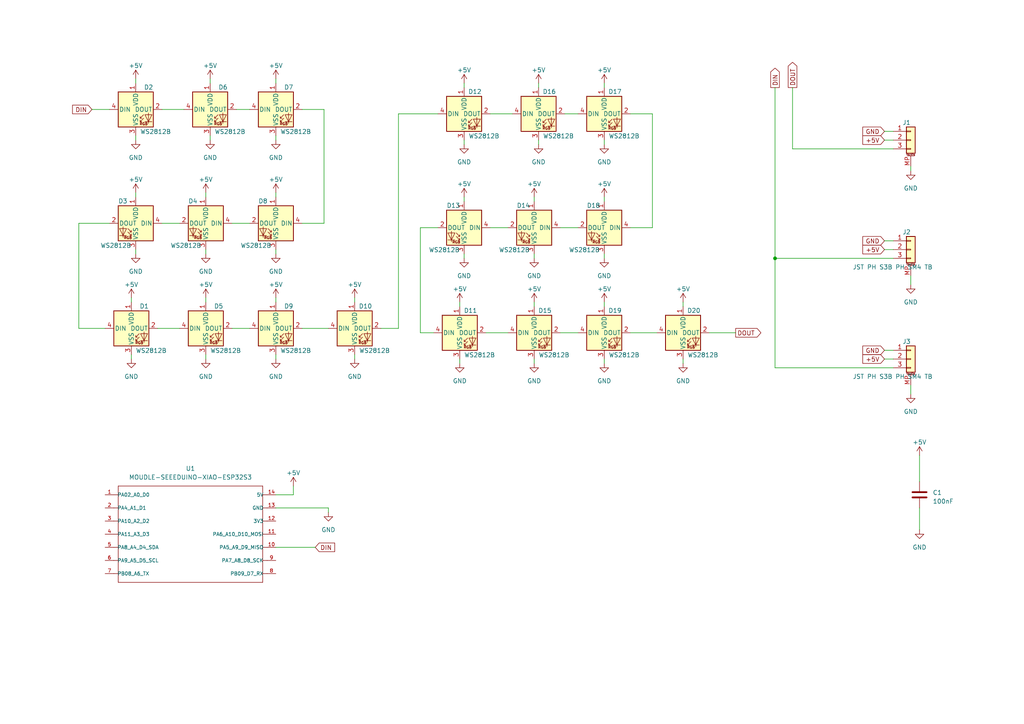
<source format=kicad_sch>
(kicad_sch (version 20230121) (generator eeschema)
  (paper "A4")
  (lib_symbols
    (symbol "Connector_Generic_MountingPin:Conn_01x03_MountingPin" (pin_names (offset 1.016) hide)
      (property "Reference" "J" (at 0 5.08 0))
      (property "Value" "Conn_01x03_MountingPin" (at 1.27 -5.08 0))
      (symbol "Conn_01x03_MountingPin_1_1"
        (rectangle (start -1.27 -2.413) (end 0 -2.667) (stroke (width 0.1524)))
        (rectangle (start -1.27 0.127) (end 0 -0.127) (stroke (width 0.1524)))
        (rectangle (start -1.27 2.667) (end 0 2.413) (stroke (width 0.1524)))
        (rectangle (start -1.27 3.81) (end 1.27 -3.81) (stroke (width 0.254)) (fill (type background)))
        (polyline (pts (xy -1.016 -4.572) (xy 1.016 -4.572)) (stroke (width 0.1524)))
        (text "Mounting" (at 0 -4.191 0) (effects (font (size 0.381 0.381))))
        (pin passive line (at -5.08 2.54 0) (length 3.81) (name "Pin_1") (number "1"))
        (pin passive line (at -5.08 0 0) (length 3.81) (name "Pin_2") (number "2"))
        (pin passive line (at -5.08 -2.54 0) (length 3.81) (name "Pin_3") (number "3"))
        (pin passive line (at 0 -7.62 90) (length 3.048) (name "MountPin") (number "MP"))
      )
    )
    (symbol "Device:C" (pin_numbers hide) (pin_names (offset 0.254))
      (property "Reference" "C" (at 0.635 2.54 0))
      (property "Value" "C" (at 0.635 -2.54 0))
      (symbol "C_0_1"
        (polyline (pts (xy -2.032 -0.762) (xy 2.032 -0.762)) (stroke (width 0.508)))
        (polyline (pts (xy -2.032 0.762) (xy 2.032 0.762)) (stroke (width 0.508)))
      )
      (symbol "C_1_1"
        (pin passive line (at 0 3.81 270) (length 2.794) (name "~") (number "1"))
        (pin passive line (at 0 -3.81 90) (length 2.794) (name "~") (number "2"))
      )
    )
    (symbol "GND_1" (power) (pin_names (offset 0))
      (property "Value" "GND_1" (at 0 -3.81 0))
      (symbol "GND_1_0_1"
        (polyline (pts (xy 0 0) (xy 0 -1.27) (xy 1.27 -1.27) (xy 0 -2.54) (xy -1.27 -1.27) (xy 0 -1.27)))
      )
      (symbol "GND_1_1_1"
        (pin power_in line (at 0 0 270) (length 0) hide (name "GND") (number "1"))
      )
    )
    (symbol "LED:WS2812B" (pin_names (offset 0.254))
      (property "Reference" "D" (at 5.08 5.715 0))
      (property "Value" "WS2812B" (at 1.27 -5.715 0))
      (symbol "WS2812B_0_0"
        (text "RGB" (at 2.286 -4.191 0) (effects (font (size 0.762 0.762))))
      )
      (symbol "WS2812B_0_1"
        (polyline (pts (xy 1.27 -3.556) (xy 1.778 -3.556)))
        (polyline (pts (xy 1.27 -2.54) (xy 1.778 -2.54)))
        (polyline (pts (xy 4.699 -3.556) (xy 2.667 -3.556)))
        (polyline (pts (xy 2.286 -2.54) (xy 1.27 -3.556) (xy 1.27 -3.048)))
        (polyline (pts (xy 2.286 -1.524) (xy 1.27 -2.54) (xy 1.27 -2.032)))
        (polyline (pts (xy 3.683 -1.016) (xy 3.683 -3.556) (xy 3.683 -4.064)))
        (polyline (pts (xy 4.699 -1.524) (xy 2.667 -1.524) (xy 3.683 -3.556) (xy 4.699 -1.524)))
        (rectangle (start 5.08 5.08) (end -5.08 -5.08) (stroke (width 0.254)) (fill (type background)))
      )
      (symbol "WS2812B_1_1"
        (pin power_in line (at 0 7.62 270) (length 2.54) (name "VDD") (number "1"))
        (pin output line (at 7.62 0 180) (length 2.54) (name "DOUT") (number "2"))
        (pin power_in line (at 0 -7.62 90) (length 2.54) (name "VSS") (number "3"))
        (pin input line (at -7.62 0 0) (length 2.54) (name "DIN") (number "4"))
      )
    )
    (symbol "MOUDLE-SEEEDUINO-XIAO-ESP32S3:MOUDLE-SEEEDUINO-XIAO-ESP32S3" (pin_names (offset 1.016))
      (property "Reference" "U" (at -21.59 15.24 0))
      (property "Value" "MOUDLE-SEEEDUINO-XIAO-ESP32S3" (at -21.59 13.97 0))
      (symbol "MOUDLE-SEEEDUINO-XIAO-ESP32S3_0_0"
        (polyline (pts (xy -21.59 -13.97) (xy -21.59 0)) (stroke (width 0.1524)))
        (polyline (pts (xy -21.59 -11.43) (xy -22.86 -11.43)) (stroke (width 0.1524)))
        (polyline (pts (xy -21.59 -7.62) (xy -22.86 -7.62)) (stroke (width 0.1524)))
        (polyline (pts (xy -21.59 -3.81) (xy -22.86 -3.81)) (stroke (width 0.1524)))
        (polyline (pts (xy -21.59 0) (xy -22.86 0)) (stroke (width 0.1524)))
        (polyline (pts (xy -21.59 0) (xy -21.59 3.81)) (stroke (width 0.1524)))
        (polyline (pts (xy -21.59 3.81) (xy -22.86 3.81)) (stroke (width 0.1524)))
        (polyline (pts (xy -21.59 3.81) (xy -21.59 7.62)) (stroke (width 0.1524)))
        (polyline (pts (xy -21.59 7.62) (xy -22.86 7.62)) (stroke (width 0.1524)))
        (polyline (pts (xy -21.59 7.62) (xy -21.59 11.43)) (stroke (width 0.1524)))
        (polyline (pts (xy -21.59 11.43) (xy -22.86 11.43)) (stroke (width 0.1524)))
        (polyline (pts (xy -21.59 11.43) (xy -21.59 13.97)) (stroke (width 0.1524)))
        (polyline (pts (xy -21.59 13.97) (xy 20.32 13.97)) (stroke (width 0.1524)))
        (polyline (pts (xy 20.32 -13.97) (xy -21.59 -13.97)) (stroke (width 0.1524)))
        (polyline (pts (xy 20.32 3.81) (xy 20.32 -13.97)) (stroke (width 0.1524)))
        (polyline (pts (xy 20.32 7.62) (xy 20.32 3.81)) (stroke (width 0.1524)))
        (polyline (pts (xy 20.32 11.43) (xy 20.32 7.62)) (stroke (width 0.1524)))
        (polyline (pts (xy 20.32 13.97) (xy 20.32 11.43)) (stroke (width 0.1524)))
        (polyline (pts (xy 21.59 -11.43) (xy 20.32 -11.43)) (stroke (width 0.1524)))
        (polyline (pts (xy 21.59 -7.62) (xy 20.32 -7.62)) (stroke (width 0.1524)))
        (polyline (pts (xy 21.59 -3.81) (xy 20.32 -3.81)) (stroke (width 0.1524)))
        (polyline (pts (xy 21.59 0) (xy 20.32 0)) (stroke (width 0.1524)))
        (polyline (pts (xy 21.59 3.81) (xy 20.32 3.81)) (stroke (width 0.1524)))
        (polyline (pts (xy 21.59 7.62) (xy 20.32 7.62)) (stroke (width 0.1524)))
        (polyline (pts (xy 21.59 11.43) (xy 20.32 11.43)) (stroke (width 0.1524)))
        (pin bidirectional line (at -25.4 11.43 0) (length 2.54) (name "PA02_A0_D0") (number "1"))
        (pin bidirectional line (at 24.13 -3.81 180) (length 2.54) (name "PA5_A9_D9_MISO") (number "10"))
        (pin bidirectional line (at 24.13 0 180) (length 2.54) (name "PA6_A10_D10_MOSI") (number "11"))
        (pin bidirectional line (at 24.13 3.81 180) (length 2.54) (name "3V3") (number "12"))
        (pin bidirectional line (at 24.13 7.62 180) (length 2.54) (name "GND") (number "13"))
        (pin bidirectional line (at 24.13 11.43 180) (length 2.54) (name "5V") (number "14"))
        (pin bidirectional line (at -25.4 7.62 0) (length 2.54) (name "PA4_A1_D1") (number "2"))
        (pin bidirectional line (at -25.4 3.81 0) (length 2.54) (name "PA10_A2_D2") (number "3"))
        (pin bidirectional line (at -25.4 0 0) (length 2.54) (name "PA11_A3_D3") (number "4"))
        (pin bidirectional line (at -25.4 -3.81 0) (length 2.54) (name "PA8_A4_D4_SDA") (number "5"))
        (pin bidirectional line (at -25.4 -7.62 0) (length 2.54) (name "PA9_A5_D5_SCL") (number "6"))
        (pin bidirectional line (at -25.4 -11.43 0) (length 2.54) (name "PB08_A6_TX") (number "7"))
        (pin bidirectional line (at 24.13 -11.43 180) (length 2.54) (name "PB09_D7_RX") (number "8"))
        (pin bidirectional line (at 24.13 -7.62 180) (length 2.54) (name "PA7_A8_D8_SCK") (number "9"))
      )
    )
    (symbol "power:+5V" (power) (pin_names (offset 0))
      (property "Value" "+5V" (at 0 3.556 0))
      (symbol "+5V_0_1"
        (polyline (pts (xy -0.762 1.27) (xy 0 2.54)))
        (polyline (pts (xy 0 0) (xy 0 2.54)))
        (polyline (pts (xy 0 2.54) (xy 0.762 1.27)))
      )
      (symbol "+5V_1_1"
        (pin power_in line (at 0 0 90) (length 0) hide (name "+5V") (number "1"))
      )
    )
    (symbol "power:GND" (power) (pin_names (offset 0))
      (property "Value" "GND" (at 0 -3.81 0))
      (symbol "GND_0_1"
        (polyline (pts (xy 0 0) (xy 0 -1.27) (xy 1.27 -1.27) (xy 0 -2.54) (xy -1.27 -1.27) (xy 0 -1.27)))
      )
      (symbol "GND_1_1"
        (pin power_in line (at 0 0 270) (length 0) hide (name "GND") (number "1"))
      )
    )
  )
  (junction (at 224.79 74.93))
  (wire (pts (xy 154.94 57.15) (xy 154.94 58.42)))
  (wire (pts (xy 156.21 40.64) (xy 156.21 41.91)))
  (wire (pts (xy 80.01 102.87) (xy 80.01 104.14)))
  (wire (pts (xy 93.98 31.75) (xy 93.98 64.77)))
  (wire (pts (xy 175.26 24.13) (xy 175.26 25.4)))
  (wire (pts (xy 60.96 39.37) (xy 60.96 40.64)))
  (wire (pts (xy 60.96 22.86) (xy 60.96 24.13)))
  (wire (pts (xy 224.79 106.68) (xy 224.79 74.93)))
  (wire (pts (xy 198.12 104.14) (xy 198.12 105.41)))
  (wire (pts (xy 256.54 40.64) (xy 259.08 40.64)))
  (wire (pts (xy 256.54 38.1) (xy 259.08 38.1)))
  (wire (pts (xy 264.16 48.26) (xy 264.16 49.53)))
  (wire (pts (xy 46.99 64.77) (xy 52.07 64.77)))
  (wire (pts (xy 259.08 43.18) (xy 229.87 43.18)))
  (wire (pts (xy 229.87 25.4) (xy 229.87 43.18)))
  (wire (pts (xy 198.12 87.63) (xy 198.12 88.9)))
  (wire (pts (xy 80.01 86.36) (xy 80.01 87.63)))
  (wire (pts (xy 59.69 102.87) (xy 59.69 104.14)))
  (wire (pts (xy 115.57 95.25) (xy 115.57 33.02)))
  (wire (pts (xy 134.62 24.13) (xy 134.62 25.4)))
  (wire (pts (xy 154.94 87.63) (xy 154.94 88.9)))
  (wire (pts (xy 67.31 64.77) (xy 72.39 64.77)))
  (wire (pts (xy 31.75 64.77) (xy 22.86 64.77)))
  (wire (pts (xy 256.54 104.14) (xy 259.08 104.14)))
  (wire (pts (xy 224.79 25.4) (xy 224.79 74.93)))
  (wire (pts (xy 80.01 55.88) (xy 80.01 57.15)))
  (wire (pts (xy 121.92 96.52) (xy 125.73 96.52)))
  (wire (pts (xy 134.62 40.64) (xy 134.62 41.91)))
  (wire (pts (xy 38.1 102.87) (xy 38.1 104.14)))
  (wire (pts (xy 205.74 96.52) (xy 213.36 96.52)))
  (wire (pts (xy 39.37 72.39) (xy 39.37 73.66)))
  (wire (pts (xy 39.37 39.37) (xy 39.37 40.64)))
  (wire (pts (xy 142.24 33.02) (xy 148.59 33.02)))
  (wire (pts (xy 46.99 31.75) (xy 53.34 31.75)))
  (wire (pts (xy 26.67 31.75) (xy 31.75 31.75)))
  (wire (pts (xy 38.1 86.36) (xy 38.1 87.63)))
  (wire (pts (xy 80.01 147.32) (xy 95.25 147.32)))
  (wire (pts (xy 266.7 132.08) (xy 266.7 139.7)))
  (wire (pts (xy 189.23 33.02) (xy 189.23 66.04)))
  (wire (pts (xy 162.56 66.04) (xy 167.64 66.04)))
  (wire (pts (xy 39.37 55.88) (xy 39.37 57.15)))
  (wire (pts (xy 95.25 148.59) (xy 95.25 147.32)))
  (wire (pts (xy 87.63 95.25) (xy 95.25 95.25)))
  (wire (pts (xy 127 66.04) (xy 121.92 66.04)))
  (wire (pts (xy 175.26 104.14) (xy 175.26 105.41)))
  (wire (pts (xy 59.69 55.88) (xy 59.69 57.15)))
  (wire (pts (xy 182.88 33.02) (xy 189.23 33.02)))
  (wire (pts (xy 22.86 95.25) (xy 30.48 95.25)))
  (wire (pts (xy 264.16 80.01) (xy 264.16 82.55)))
  (wire (pts (xy 175.26 87.63) (xy 175.26 88.9)))
  (wire (pts (xy 154.94 73.66) (xy 154.94 74.93)))
  (wire (pts (xy 142.24 66.04) (xy 147.32 66.04)))
  (wire (pts (xy 67.31 95.25) (xy 72.39 95.25)))
  (wire (pts (xy 121.92 66.04) (xy 121.92 96.52)))
  (wire (pts (xy 162.56 96.52) (xy 167.64 96.52)))
  (wire (pts (xy 85.09 140.97) (xy 85.09 143.51)))
  (wire (pts (xy 85.09 143.51) (xy 80.01 143.51)))
  (wire (pts (xy 134.62 57.15) (xy 134.62 58.42)))
  (wire (pts (xy 224.79 74.93) (xy 259.08 74.93)))
  (wire (pts (xy 256.54 72.39) (xy 259.08 72.39)))
  (wire (pts (xy 256.54 101.6) (xy 259.08 101.6)))
  (wire (pts (xy 175.26 57.15) (xy 175.26 58.42)))
  (wire (pts (xy 134.62 73.66) (xy 134.62 74.93)))
  (wire (pts (xy 259.08 106.68) (xy 224.79 106.68)))
  (wire (pts (xy 110.49 95.25) (xy 115.57 95.25)))
  (wire (pts (xy 175.26 73.66) (xy 175.26 74.93)))
  (wire (pts (xy 80.01 72.39) (xy 80.01 73.66)))
  (wire (pts (xy 154.94 104.14) (xy 154.94 105.41)))
  (wire (pts (xy 68.58 31.75) (xy 72.39 31.75)))
  (wire (pts (xy 93.98 64.77) (xy 87.63 64.77)))
  (wire (pts (xy 256.54 69.85) (xy 259.08 69.85)))
  (wire (pts (xy 264.16 111.76) (xy 264.16 114.3)))
  (wire (pts (xy 163.83 33.02) (xy 167.64 33.02)))
  (wire (pts (xy 102.87 102.87) (xy 102.87 104.14)))
  (wire (pts (xy 80.01 22.86) (xy 80.01 24.13)))
  (wire (pts (xy 156.21 24.13) (xy 156.21 25.4)))
  (wire (pts (xy 266.7 147.32) (xy 266.7 153.67)))
  (wire (pts (xy 133.35 104.14) (xy 133.35 105.41)))
  (wire (pts (xy 182.88 96.52) (xy 190.5 96.52)))
  (wire (pts (xy 133.35 87.63) (xy 133.35 88.9)))
  (wire (pts (xy 59.69 86.36) (xy 59.69 87.63)))
  (wire (pts (xy 80.01 39.37) (xy 80.01 40.64)))
  (wire (pts (xy 22.86 64.77) (xy 22.86 95.25)))
  (wire (pts (xy 45.72 95.25) (xy 52.07 95.25)))
  (wire (pts (xy 140.97 96.52) (xy 147.32 96.52)))
  (wire (pts (xy 175.26 40.64) (xy 175.26 41.91)))
  (wire (pts (xy 189.23 66.04) (xy 182.88 66.04)))
  (wire (pts (xy 80.01 158.75) (xy 91.44 158.75)))
  (wire (pts (xy 39.37 22.86) (xy 39.37 24.13)))
  (wire (pts (xy 87.63 31.75) (xy 93.98 31.75)))
  (wire (pts (xy 59.69 72.39) (xy 59.69 73.66)))
  (wire (pts (xy 115.57 33.02) (xy 127 33.02)))
  (wire (pts (xy 102.87 86.36) (xy 102.87 87.63)))
  (global_label "+5V" (shape input) (at 256.54 72.39 180) (property "Intersheetrefs" "${INTERSHEET_REFS}" (effects hide)))
  (global_label "DIN" (shape output) (at 224.79 25.4 90) (property "Intersheetrefs" "${INTERSHEET_REFS}" (effects hide)))
  (global_label "DOUT" (shape output) (at 213.36 96.52 0) (property "Intersheetrefs" "${INTERSHEET_REFS}" (effects hide)))
  (global_label "+5V" (shape input) (at 256.54 104.14 180) (property "Intersheetrefs" "${INTERSHEET_REFS}" (effects hide)))
  (global_label "DOUT" (shape output) (at 229.87 25.4 90) (property "Intersheetrefs" "${INTERSHEET_REFS}" (effects hide)))
  (global_label "DIN" (shape input) (at 91.44 158.75 0) (property "Intersheetrefs" "${INTERSHEET_REFS}" (effects hide)))
  (global_label "GND" (shape input) (at 256.54 38.1 180) (property "Intersheetrefs" "${INTERSHEET_REFS}" (effects hide)))
  (global_label "GND" (shape input) (at 256.54 69.85 180) (property "Intersheetrefs" "${INTERSHEET_REFS}" (effects hide)))
  (global_label "GND" (shape input) (at 256.54 101.6 180) (property "Intersheetrefs" "${INTERSHEET_REFS}" (effects hide)))
  (global_label "DIN" (shape input) (at 26.67 31.75 180) (property "Intersheetrefs" "${INTERSHEET_REFS}" (effects hide)))
  (global_label "+5V" (shape input) (at 256.54 40.64 180) (property "Intersheetrefs" "${INTERSHEET_REFS}" (effects hide)))
  (symbol (lib_id "LED:WS2812B") (at 39.37 64.77 0) (mirror y) (unit 1)
    (property "Reference" "D3" (at 34.29 59.055 0) (effects (justify right bottom)))
    (property "Value" "WS2812B" (at 38.1 70.485 0) (effects (justify left top)))
    (property "Footprint" "LED_SMD:LED_WS2812B_PLCC4_5.0x5.0mm_P3.2mm" (effects hide))
    (property "Datasheet" "https://cdn-shop.adafruit.com/datasheets/WS2812B.pdf" (effects hide))
  )
  (symbol (lib_id "LED:WS2812B") (at 198.12 96.52 0) (unit 1)
    (property "Reference" "D20" (at 203.2 90.805 0) (effects (justify right bottom)))
    (property "Value" "WS2812B" (at 199.39 102.235 0) (effects (justify left top)))
    (property "Footprint" "LED_SMD:LED_WS2812B_PLCC4_5.0x5.0mm_P3.2mm" (effects hide))
    (property "Datasheet" "https://cdn-shop.adafruit.com/datasheets/WS2812B.pdf" (effects hide))
  )
  (symbol (lib_id "power:GND") (at 154.94 74.93 0) (unit 1)
    (property "Reference" "#PWR043" (effects hide))
    (property "Value" "GND" (at 154.94 80.01 0))
  )
  (symbol (lib_id "power:GND") (at 154.94 105.41 0) (unit 1)
    (property "Reference" "#PWR045" (effects hide))
    (property "Value" "GND" (at 154.94 110.49 0))
  )
  (symbol (lib_id "power:GND") (at 264.16 114.3 0) (unit 1)
    (property "Reference" "#PWR016" (effects hide))
    (property "Value" "GND" (at 264.16 119.38 0))
  )
  (symbol (lib_id "power:+5V") (at 154.94 57.15 0) (unit 1)
    (property "Reference" "#PWR036" (effects hide))
    (property "Value" "+5V" (at 154.94 53.34 0))
  )
  (symbol (lib_id "LED:WS2812B") (at 156.21 33.02 0) (unit 1)
    (property "Reference" "D16" (at 161.29 27.305 0) (effects (justify right bottom)))
    (property "Value" "WS2812B" (at 157.48 38.735 0) (effects (justify left top)))
    (property "Footprint" "LED_SMD:LED_WS2812B_PLCC4_5.0x5.0mm_P3.2mm" (effects hide))
    (property "Datasheet" "https://cdn-shop.adafruit.com/datasheets/WS2812B.pdf" (effects hide))
  )
  (symbol (lib_id "power:+5V") (at 133.35 87.63 0) (unit 1)
    (property "Reference" "#PWR021" (effects hide))
    (property "Value" "+5V" (at 133.35 83.82 0))
  )
  (symbol (lib_id "power:+5V") (at 39.37 55.88 0) (unit 1)
    (property "Reference" "#PWR07" (effects hide))
    (property "Value" "+5V" (at 39.37 52.07 0))
  )
  (symbol (lib_id "power:+5V") (at 175.26 87.63 0) (unit 1)
    (property "Reference" "#PWR052" (effects hide))
    (property "Value" "+5V" (at 175.26 83.82 0))
  )
  (symbol (lib_id "power:+5V") (at 102.87 86.36 0) (unit 1)
    (property "Reference" "#PWR041" (effects hide))
    (property "Value" "+5V" (at 102.87 82.55 0))
  )
  (symbol (lib_id "LED:WS2812B") (at 38.1 95.25 0) (unit 1)
    (property "Reference" "D1" (at 43.18 89.535 0) (effects (justify right bottom)))
    (property "Value" "WS2812B" (at 39.37 100.965 0) (effects (justify left top)))
    (property "Footprint" "LED_SMD:LED_WS2812B_PLCC4_5.0x5.0mm_P3.2mm" (effects hide))
    (property "Datasheet" "https://cdn-shop.adafruit.com/datasheets/WS2812B.pdf" (effects hide))
  )
  (symbol (lib_id "power:+5V") (at 154.94 87.63 0) (unit 1)
    (property "Reference" "#PWR044" (effects hide))
    (property "Value" "+5V" (at 154.94 83.82 0))
  )
  (symbol (lib_id "LED:WS2812B") (at 134.62 66.04 0) (mirror y) (unit 1)
    (property "Reference" "D13" (at 129.54 60.325 0) (effects (justify right bottom)))
    (property "Value" "WS2812B" (at 133.35 71.755 0) (effects (justify left top)))
    (property "Footprint" "LED_SMD:LED_WS2812B_PLCC4_5.0x5.0mm_P3.2mm" (effects hide))
    (property "Datasheet" "https://cdn-shop.adafruit.com/datasheets/WS2812B.pdf" (effects hide))
  )
  (symbol (lib_id "power:GND") (at 134.62 74.93 0) (unit 1)
    (property "Reference" "#PWR035" (effects hide))
    (property "Value" "GND" (at 134.62 80.01 0))
  )
  (symbol (lib_id "Connector_Generic_MountingPin:Conn_01x03_MountingPin") (at 264.16 104.14 0) (unit 1)
    (property "Reference" "J3" (at 264.16 99.06 0) (effects (justify right)))
    (property "Value" "JST PH S3B PH SM4 TB" (at 270.51 109.22 0) (effects (justify right)))
    (property "Footprint" "Connector_JST:JST_PH_S3B-PH-SM4-TB_1x03-1MP_P2.00mm_Horizontal" (effects hide))
  )
  (symbol (lib_name "GND_1") (lib_id "power:GND") (at 95.25 148.59 0) (unit 1)
    (property "Reference" "#PWR014" (effects hide))
    (property "Value" "GND" (at 95.25 153.67 0))
  )
  (symbol (lib_id "LED:WS2812B") (at 175.26 66.04 0) (mirror y) (unit 1)
    (property "Reference" "D18" (at 170.18 60.325 0) (effects (justify right bottom)))
    (property "Value" "WS2812B" (at 173.99 71.755 0) (effects (justify left top)))
    (property "Footprint" "LED_SMD:LED_WS2812B_PLCC4_5.0x5.0mm_P3.2mm" (effects hide))
    (property "Datasheet" "https://cdn-shop.adafruit.com/datasheets/WS2812B.pdf" (effects hide))
  )
  (symbol (lib_id "power:GND") (at 80.01 104.14 0) (unit 1)
    (property "Reference" "#PWR040" (effects hide))
    (property "Value" "GND" (at 80.01 109.22 0))
  )
  (symbol (lib_id "power:+5V") (at 134.62 24.13 0) (unit 1)
    (property "Reference" "#PWR032" (effects hide))
    (property "Value" "+5V" (at 134.62 20.32 0))
  )
  (symbol (lib_id "power:+5V") (at 60.96 22.86 0) (unit 1)
    (property "Reference" "#PWR03" (effects hide))
    (property "Value" "+5V" (at 60.96 19.05 0))
  )
  (symbol (lib_id "power:+5V") (at 175.26 24.13 0) (unit 1)
    (property "Reference" "#PWR048" (effects hide))
    (property "Value" "+5V" (at 175.26 20.32 0))
  )
  (symbol (lib_id "power:GND") (at 59.69 73.66 0) (unit 1)
    (property "Reference" "#PWR010" (effects hide))
    (property "Value" "GND" (at 59.69 78.74 0))
  )
  (symbol (lib_id "power:GND") (at 264.16 49.53 0) (unit 1)
    (property "Reference" "#PWR020" (effects hide))
    (property "Value" "GND" (at 264.16 54.61 0))
  )
  (symbol (lib_id "power:+5V") (at 80.01 86.36 0) (unit 1)
    (property "Reference" "#PWR039" (effects hide))
    (property "Value" "+5V" (at 80.01 82.55 0))
  )
  (symbol (lib_id "power:+5V") (at 198.12 87.63 0) (unit 1)
    (property "Reference" "#PWR054" (effects hide))
    (property "Value" "+5V" (at 198.12 83.82 0))
  )
  (symbol (lib_id "power:GND") (at 60.96 40.64 0) (unit 1)
    (property "Reference" "#PWR04" (effects hide))
    (property "Value" "GND" (at 60.96 45.72 0))
  )
  (symbol (lib_id "LED:WS2812B") (at 59.69 64.77 0) (mirror y) (unit 1)
    (property "Reference" "D4" (at 54.61 59.055 0) (effects (justify right bottom)))
    (property "Value" "WS2812B" (at 58.42 70.485 0) (effects (justify left top)))
    (property "Footprint" "LED_SMD:LED_WS2812B_PLCC4_5.0x5.0mm_P3.2mm" (effects hide))
    (property "Datasheet" "https://cdn-shop.adafruit.com/datasheets/WS2812B.pdf" (effects hide))
  )
  (symbol (lib_id "Connector_Generic_MountingPin:Conn_01x03_MountingPin") (at 264.16 40.64 0) (unit 1)
    (property "Reference" "J1" (at 264.16 35.56 0) (effects (justify right)))
    (property "Value" "JST PH S3B PH SM4 TB" (effects hide))
    (property "Footprint" "Connector_JST:JST_PH_S3B-PH-SM4-TB_1x03-1MP_P2.00mm_Horizontal" (effects hide))
  )
  (symbol (lib_id "LED:WS2812B") (at 80.01 95.25 0) (unit 1)
    (property "Reference" "D9" (at 85.09 89.535 0) (effects (justify right bottom)))
    (property "Value" "WS2812B" (at 81.28 100.965 0) (effects (justify left top)))
    (property "Footprint" "LED_SMD:LED_WS2812B_PLCC4_5.0x5.0mm_P3.2mm" (effects hide))
    (property "Datasheet" "https://cdn-shop.adafruit.com/datasheets/WS2812B.pdf" (effects hide))
  )
  (symbol (lib_id "power:GND") (at 102.87 104.14 0) (unit 1)
    (property "Reference" "#PWR042" (effects hide))
    (property "Value" "GND" (at 102.87 109.22 0))
  )
  (symbol (lib_id "power:GND") (at 198.12 105.41 0) (unit 1)
    (property "Reference" "#PWR055" (effects hide))
    (property "Value" "GND" (at 198.12 110.49 0))
  )
  (symbol (lib_id "power:GND") (at 266.7 153.67 0) (unit 1)
    (property "Reference" "#PWR025" (effects hide))
    (property "Value" "GND" (at 266.7 158.75 0))
  )
  (symbol (lib_id "power:+5V") (at 156.21 24.13 0) (unit 1)
    (property "Reference" "#PWR046" (effects hide))
    (property "Value" "+5V" (at 156.21 20.32 0))
  )
  (symbol (lib_id "power:+5V") (at 59.69 55.88 0) (unit 1)
    (property "Reference" "#PWR09" (effects hide))
    (property "Value" "+5V" (at 59.69 52.07 0))
  )
  (symbol (lib_id "LED:WS2812B") (at 134.62 33.02 0) (unit 1)
    (property "Reference" "D12" (at 139.7 27.305 0) (effects (justify right bottom)))
    (property "Value" "WS2812B" (at 135.89 38.735 0) (effects (justify left top)))
    (property "Footprint" "LED_SMD:LED_WS2812B_PLCC4_5.0x5.0mm_P3.2mm" (effects hide))
    (property "Datasheet" "https://cdn-shop.adafruit.com/datasheets/WS2812B.pdf" (effects hide))
  )
  (symbol (lib_id "power:GND") (at 133.35 105.41 0) (unit 1)
    (property "Reference" "#PWR031" (effects hide))
    (property "Value" "GND" (at 133.35 110.49 0))
  )
  (symbol (lib_id "power:GND") (at 38.1 104.14 0) (unit 1)
    (property "Reference" "#PWR017" (effects hide))
    (property "Value" "GND" (at 38.1 109.22 0))
  )
  (symbol (lib_id "power:GND") (at 39.37 40.64 0) (unit 1)
    (property "Reference" "#PWR02" (effects hide))
    (property "Value" "GND" (at 39.37 45.72 0))
  )
  (symbol (lib_id "LED:WS2812B") (at 39.37 31.75 0) (unit 1)
    (property "Reference" "D2" (at 44.45 26.035 0) (effects (justify right bottom)))
    (property "Value" "WS2812B" (at 40.64 37.465 0) (effects (justify left top)))
    (property "Footprint" "LED_SMD:LED_WS2812B_PLCC4_5.0x5.0mm_P3.2mm" (effects hide))
    (property "Datasheet" "https://cdn-shop.adafruit.com/datasheets/WS2812B.pdf" (effects hide))
  )
  (symbol (lib_id "power:+5V") (at 85.09 140.97 0) (unit 1)
    (property "Reference" "#PWR013" (effects hide))
    (property "Value" "+5V" (at 85.09 137.16 0))
  )
  (symbol (lib_id "MOUDLE-SEEEDUINO-XIAO-ESP32S3:MOUDLE-SEEEDUINO-XIAO-ESP32S3") (at 55.88 154.94 0) (unit 1)
    (property "Reference" "U1" (at 55.245 135.89 0))
    (property "Value" "MOUDLE-SEEEDUINO-XIAO-ESP32S3" (at 55.245 138.43 0))
    (property "Footprint" "MOUDLE14P-SMD-2.54-21X17.8MM" (effects hide))
  )
  (symbol (lib_id "power:GND") (at 134.62 41.91 0) (unit 1)
    (property "Reference" "#PWR033" (effects hide))
    (property "Value" "GND" (at 134.62 46.99 0))
  )
  (symbol (lib_id "power:+5V") (at 175.26 57.15 0) (unit 1)
    (property "Reference" "#PWR050" (effects hide))
    (property "Value" "+5V" (at 175.26 53.34 0))
  )
  (symbol (lib_id "LED:WS2812B") (at 59.69 95.25 0) (unit 1)
    (property "Reference" "D5" (at 64.77 89.535 0) (effects (justify right bottom)))
    (property "Value" "WS2812B" (at 60.96 100.965 0) (effects (justify left top)))
    (property "Footprint" "LED_SMD:LED_WS2812B_PLCC4_5.0x5.0mm_P3.2mm" (effects hide))
    (property "Datasheet" "https://cdn-shop.adafruit.com/datasheets/WS2812B.pdf" (effects hide))
  )
  (symbol (lib_id "power:GND") (at 156.21 41.91 0) (unit 1)
    (property "Reference" "#PWR047" (effects hide))
    (property "Value" "GND" (at 156.21 46.99 0))
  )
  (symbol (lib_id "Connector_Generic_MountingPin:Conn_01x03_MountingPin") (at 264.16 72.39 0) (unit 1)
    (property "Reference" "J2" (at 264.16 67.31 0) (effects (justify right)))
    (property "Value" "JST PH S3B PH SM4 TB" (at 270.51 77.47 0) (effects (justify right)))
    (property "Footprint" "Connector_JST:JST_PH_S3B-PH-SM4-TB_1x03-1MP_P2.00mm_Horizontal" (effects hide))
  )
  (symbol (lib_id "power:+5V") (at 134.62 57.15 0) (unit 1)
    (property "Reference" "#PWR034" (effects hide))
    (property "Value" "+5V" (at 134.62 53.34 0))
  )
  (symbol (lib_id "power:+5V") (at 38.1 86.36 0) (unit 1)
    (property "Reference" "#PWR018" (effects hide))
    (property "Value" "+5V" (at 38.1 82.55 0))
  )
  (symbol (lib_id "power:GND") (at 80.01 73.66 0) (unit 1)
    (property "Reference" "#PWR012" (effects hide))
    (property "Value" "GND" (at 80.01 78.74 0))
  )
  (symbol (lib_id "power:GND") (at 264.16 82.55 0) (unit 1)
    (property "Reference" "#PWR019" (effects hide))
    (property "Value" "GND" (at 264.16 87.63 0))
  )
  (symbol (lib_id "LED:WS2812B") (at 102.87 95.25 0) (unit 1)
    (property "Reference" "D10" (at 107.95 89.535 0) (effects (justify right bottom)))
    (property "Value" "WS2812B" (at 104.14 100.965 0) (effects (justify left top)))
    (property "Footprint" "LED_SMD:LED_WS2812B_PLCC4_5.0x5.0mm_P3.2mm" (effects hide))
    (property "Datasheet" "https://cdn-shop.adafruit.com/datasheets/WS2812B.pdf" (effects hide))
  )
  (symbol (lib_id "LED:WS2812B") (at 154.94 66.04 0) (mirror y) (unit 1)
    (property "Reference" "D14" (at 149.86 60.325 0) (effects (justify right bottom)))
    (property "Value" "WS2812B" (at 153.67 71.755 0) (effects (justify left top)))
    (property "Footprint" "LED_SMD:LED_WS2812B_PLCC4_5.0x5.0mm_P3.2mm" (effects hide))
    (property "Datasheet" "https://cdn-shop.adafruit.com/datasheets/WS2812B.pdf" (effects hide))
  )
  (symbol (lib_id "LED:WS2812B") (at 175.26 33.02 0) (unit 1)
    (property "Reference" "D17" (at 180.34 27.305 0) (effects (justify right bottom)))
    (property "Value" "WS2812B" (at 176.53 38.735 0) (effects (justify left top)))
    (property "Footprint" "LED_SMD:LED_WS2812B_PLCC4_5.0x5.0mm_P3.2mm" (effects hide))
    (property "Datasheet" "https://cdn-shop.adafruit.com/datasheets/WS2812B.pdf" (effects hide))
  )
  (symbol (lib_id "power:+5V") (at 80.01 55.88 0) (unit 1)
    (property "Reference" "#PWR011" (effects hide))
    (property "Value" "+5V" (at 80.01 52.07 0))
  )
  (symbol (lib_id "power:GND") (at 175.26 41.91 0) (unit 1)
    (property "Reference" "#PWR049" (effects hide))
    (property "Value" "GND" (at 175.26 46.99 0))
  )
  (symbol (lib_id "power:GND") (at 80.01 40.64 0) (unit 1)
    (property "Reference" "#PWR06" (effects hide))
    (property "Value" "GND" (at 80.01 45.72 0))
  )
  (symbol (lib_id "LED:WS2812B") (at 133.35 96.52 0) (unit 1)
    (property "Reference" "D11" (at 138.43 90.805 0) (effects (justify right bottom)))
    (property "Value" "WS2812B" (at 134.62 102.235 0) (effects (justify left top)))
    (property "Footprint" "LED_SMD:LED_WS2812B_PLCC4_5.0x5.0mm_P3.2mm" (effects hide))
    (property "Datasheet" "https://cdn-shop.adafruit.com/datasheets/WS2812B.pdf" (effects hide))
  )
  (symbol (lib_id "Device:C") (at 266.7 143.51 0) (unit 1)
    (property "Reference" "C1" (at 270.51 142.875 0) (effects (justify left)))
    (property "Value" "100nF" (at 270.51 145.415 0) (effects (justify left)))
    (property "Footprint" "Capacitor_SMD:C_0603_1608Metric" (effects hide))
  )
  (symbol (lib_id "power:+5V") (at 59.69 86.36 0) (unit 1)
    (property "Reference" "#PWR037" (effects hide))
    (property "Value" "+5V" (at 59.69 82.55 0))
  )
  (symbol (lib_id "LED:WS2812B") (at 60.96 31.75 0) (unit 1)
    (property "Reference" "D6" (at 66.04 26.035 0) (effects (justify right bottom)))
    (property "Value" "WS2812B" (at 62.23 37.465 0) (effects (justify left top)))
    (property "Footprint" "LED_SMD:LED_WS2812B_PLCC4_5.0x5.0mm_P3.2mm" (effects hide))
    (property "Datasheet" "https://cdn-shop.adafruit.com/datasheets/WS2812B.pdf" (effects hide))
  )
  (symbol (lib_id "power:+5V") (at 266.7 132.08 0) (unit 1)
    (property "Reference" "#PWR026" (effects hide))
    (property "Value" "+5V" (at 266.7 128.27 0))
  )
  (symbol (lib_id "power:GND") (at 39.37 73.66 0) (unit 1)
    (property "Reference" "#PWR08" (effects hide))
    (property "Value" "GND" (at 39.37 78.74 0))
  )
  (symbol (lib_id "LED:WS2812B") (at 80.01 31.75 0) (unit 1)
    (property "Reference" "D7" (at 85.09 26.035 0) (effects (justify right bottom)))
    (property "Value" "WS2812B" (at 81.28 37.465 0) (effects (justify left top)))
    (property "Footprint" "LED_SMD:LED_WS2812B_PLCC4_5.0x5.0mm_P3.2mm" (effects hide))
    (property "Datasheet" "https://cdn-shop.adafruit.com/datasheets/WS2812B.pdf" (effects hide))
  )
  (symbol (lib_id "LED:WS2812B") (at 175.26 96.52 0) (unit 1)
    (property "Reference" "D19" (at 180.34 90.805 0) (effects (justify right bottom)))
    (property "Value" "WS2812B" (at 176.53 102.235 0) (effects (justify left top)))
    (property "Footprint" "LED_SMD:LED_WS2812B_PLCC4_5.0x5.0mm_P3.2mm" (effects hide))
    (property "Datasheet" "https://cdn-shop.adafruit.com/datasheets/WS2812B.pdf" (effects hide))
  )
  (symbol (lib_id "power:GND") (at 175.26 74.93 0) (unit 1)
    (property "Reference" "#PWR051" (effects hide))
    (property "Value" "GND" (at 175.26 80.01 0))
  )
  (symbol (lib_id "power:GND") (at 175.26 105.41 0) (unit 1)
    (property "Reference" "#PWR053" (effects hide))
    (property "Value" "GND" (at 175.26 110.49 0))
  )
  (symbol (lib_id "power:+5V") (at 80.01 22.86 0) (unit 1)
    (property "Reference" "#PWR05" (effects hide))
    (property "Value" "+5V" (at 80.01 19.05 0))
  )
  (symbol (lib_id "power:GND") (at 59.69 104.14 0) (unit 1)
    (property "Reference" "#PWR038" (effects hide))
    (property "Value" "GND" (at 59.69 109.22 0))
  )
  (symbol (lib_id "power:+5V") (at 39.37 22.86 0) (unit 1)
    (property "Reference" "#PWR01" (effects hide))
    (property "Value" "+5V" (at 39.37 19.05 0))
  )
  (symbol (lib_id "LED:WS2812B") (at 154.94 96.52 0) (unit 1)
    (property "Reference" "D15" (at 160.02 90.805 0) (effects (justify right bottom)))
    (property "Value" "WS2812B" (at 156.21 102.235 0) (effects (justify left top)))
    (property "Footprint" "LED_SMD:LED_WS2812B_PLCC4_5.0x5.0mm_P3.2mm" (effects hide))
    (property "Datasheet" "https://cdn-shop.adafruit.com/datasheets/WS2812B.pdf" (effects hide))
  )
  (symbol (lib_id "LED:WS2812B") (at 80.01 64.77 0) (mirror y) (unit 1)
    (property "Reference" "D8" (at 74.93 59.055 0) (effects (justify right bottom)))
    (property "Value" "WS2812B" (at 78.74 70.485 0) (effects (justify left top)))
    (property "Footprint" "LED_SMD:LED_WS2812B_PLCC4_5.0x5.0mm_P3.2mm" (effects hide))
    (property "Datasheet" "https://cdn-shop.adafruit.com/datasheets/WS2812B.pdf" (effects hide))
  )
)
</source>
